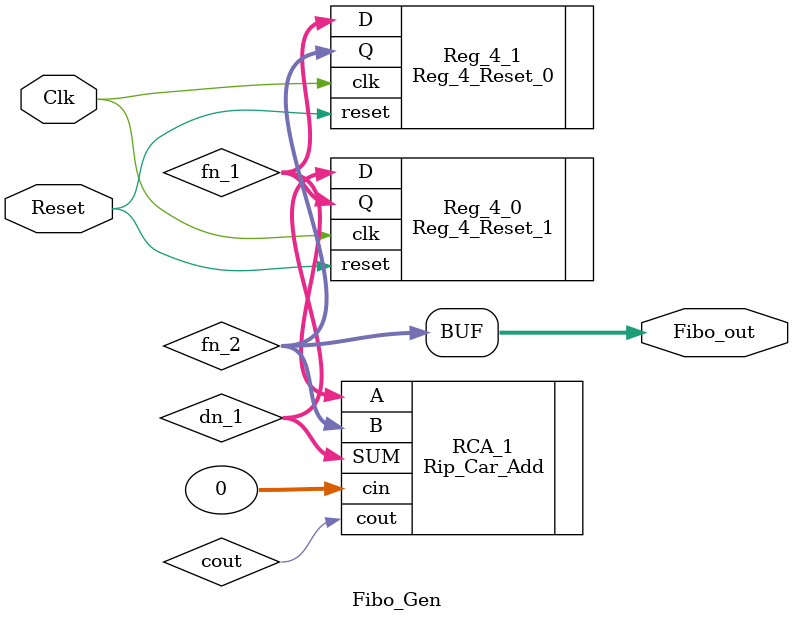
<source format=v>
module Fibo_Gen (Clk, Reset, Fibo_out);
	input Clk, Reset;
	output [3:0] Fibo_out;
  wire [3:0] fn_1, fn_2;
  wire [3:0] dn_1;
	wire cout;
  Reg_4_Reset_1 Reg_4_0 (.clk(Clk), .reset(Reset), .D(dn_1), .Q(fn_1));
  Reg_4_Reset_0 Reg_4_1 (.clk(Clk), .reset(Reset), .D(fn_1), .Q(fn_2));
  Rip_Car_Add RCA_1 (.A(fn_1), .B(fn_2), .cin(0), .SUM(dn_1), .cout(cout));
	assign Fibo_out = fn_2;
endmodule
</source>
